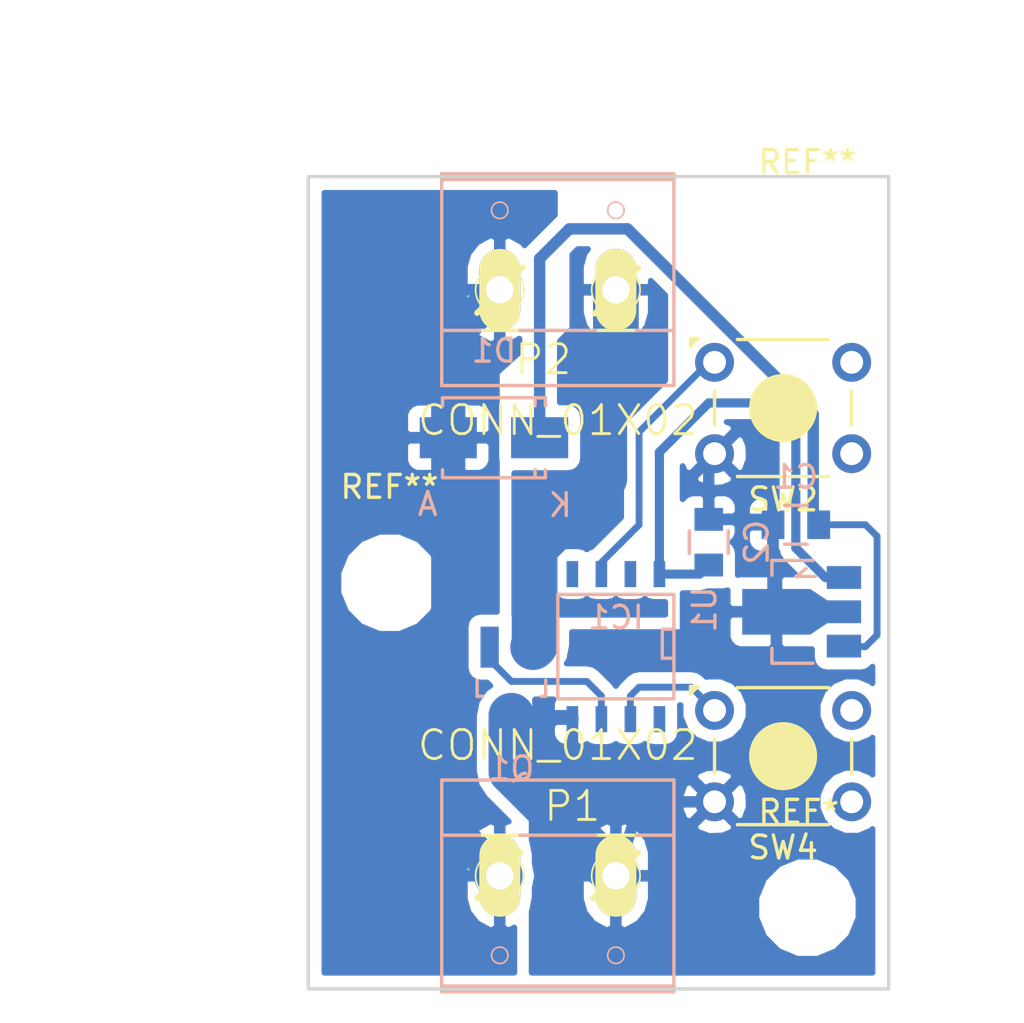
<source format=kicad_pcb>
(kicad_pcb (version 20160815) (host pcbnew no-vcs-found-undefined)

  (general
    (links 19)
    (no_connects 0)
    (area 180.518999 111.176999 206.069001 146.887001)
    (thickness 1.6)
    (drawings 9)
    (tracks 67)
    (zones 0)
    (modules 13)
    (nets 9)
  )

  (page A4)
  (layers
    (0 F.Cu signal)
    (31 B.Cu signal)
    (32 B.Adhes user)
    (33 F.Adhes user)
    (34 B.Paste user)
    (35 F.Paste user)
    (36 B.SilkS user)
    (37 F.SilkS user)
    (38 B.Mask user)
    (39 F.Mask user)
    (40 Dwgs.User user)
    (41 Cmts.User user)
    (42 Eco1.User user)
    (43 Eco2.User user)
    (44 Edge.Cuts user)
    (45 Margin user)
    (46 B.CrtYd user)
    (47 F.CrtYd user)
    (48 B.Fab user)
    (49 F.Fab user)
  )

  (setup
    (last_trace_width 0.3)
    (user_trace_width 0.25)
    (user_trace_width 0.4)
    (user_trace_width 0.6)
    (user_trace_width 0.8)
    (user_trace_width 1)
    (user_trace_width 1.5)
    (user_trace_width 2)
    (trace_clearance 0.2)
    (zone_clearance 0.508)
    (zone_45_only no)
    (trace_min 0.2)
    (segment_width 0.2)
    (edge_width 0.15)
    (via_size 0.6)
    (via_drill 0.4)
    (via_min_size 0.4)
    (via_min_drill 0.3)
    (uvia_size 0.3)
    (uvia_drill 0.1)
    (uvias_allowed no)
    (uvia_min_size 0.2)
    (uvia_min_drill 0.1)
    (pcb_text_width 0.3)
    (pcb_text_size 1.5 1.5)
    (mod_edge_width 0.15)
    (mod_text_size 1 1)
    (mod_text_width 0.15)
    (pad_size 1.524 1.524)
    (pad_drill 0.762)
    (pad_to_mask_clearance 0.2)
    (aux_axis_origin 0 0)
    (visible_elements FFFEFFE1)
    (pcbplotparams
      (layerselection 0x00030_80000001)
      (usegerberextensions false)
      (excludeedgelayer true)
      (linewidth 0.100000)
      (plotframeref false)
      (viasonmask false)
      (mode 1)
      (useauxorigin false)
      (hpglpennumber 1)
      (hpglpenspeed 20)
      (hpglpendiameter 15)
      (psnegative false)
      (psa4output false)
      (plotreference true)
      (plotvalue true)
      (plotinvisibletext false)
      (padsonsilk false)
      (subtractmaskfromsilk false)
      (outputformat 1)
      (mirror false)
      (drillshape 1)
      (scaleselection 1)
      (outputdirectory ""))
  )

  (net 0 "")
  (net 1 +12V)
  (net 2 +5V)
  (net 3 "Net-(IC1-Pad2)")
  (net 4 "Net-(IC1-Pad3)")
  (net 5 "Net-(IC1-Pad6)")
  (net 6 /out)
  (net 7 GND)
  (net 8 "Net-(C1-Pad1)")

  (net_class Default "This is the default net class."
    (clearance 0.2)
    (trace_width 0.3)
    (via_dia 0.6)
    (via_drill 0.4)
    (uvia_dia 0.3)
    (uvia_drill 0.1)
    (diff_pair_gap 0.25)
    (diff_pair_width 0.2)
    (add_net "Net-(IC1-Pad2)")
    (add_net "Net-(IC1-Pad3)")
    (add_net "Net-(IC1-Pad6)")
  )

  (net_class 5V ""
    (clearance 0.2)
    (trace_width 0.4)
    (via_dia 0.6)
    (via_drill 0.4)
    (uvia_dia 0.3)
    (uvia_drill 0.1)
    (diff_pair_gap 0.25)
    (diff_pair_width 0.2)
    (add_net +5V)
  )

  (net_class Load ""
    (clearance 0.2)
    (trace_width 1.5)
    (via_dia 1.5)
    (via_drill 0.8)
    (uvia_dia 0.3)
    (uvia_drill 0.1)
    (diff_pair_gap 0.25)
    (diff_pair_width 0.2)
    (add_net /out)
  )

  (net_class Power ""
    (clearance 0.2)
    (trace_width 0.5)
    (via_dia 0.8)
    (via_drill 0.6)
    (uvia_dia 0.3)
    (uvia_drill 0.1)
    (diff_pair_gap 0.25)
    (diff_pair_width 0.2)
    (add_net +12V)
    (add_net GND)
    (add_net "Net-(C1-Pad1)")
  )

  (module Mounting_Holes:MountingHole_3.2mm_M3 (layer F.Cu) (tedit 5805EE5E) (tstamp 57B5A764)
    (at 202.438 143.256)
    (descr "Mounting Hole 3.2mm, no annular, M3")
    (tags "mounting hole 3.2mm no annular m3")
    (fp_text reference REF** (at 0 -4.2) (layer F.SilkS)
      (effects (font (size 1 1) (thickness 0.15)))
    )
    (fp_text value MountingHole_3.2mm_M3 (at 0 4.2) (layer F.Fab)
      (effects (font (size 1 1) (thickness 0.15)))
    )
    (fp_circle (center 0 0) (end 3.2 0) (layer Cmts.User) (width 0.15))
    (fp_circle (center 0 0) (end 3.45 0) (layer F.CrtYd) (width 0.05))
    (pad 1 np_thru_hole circle (at 0 0) (size 3.2 3.2) (drill 3.2) (layers *.Cu *.Mask F.SilkS))
  )

  (module Mounting_Holes:MountingHole_3.2mm_M3 (layer F.Cu) (tedit 5805EE5E) (tstamp 57B5A75E)
    (at 202.438 114.808)
    (descr "Mounting Hole 3.2mm, no annular, M3")
    (tags "mounting hole 3.2mm no annular m3")
    (fp_text reference REF** (at 0 -4.2) (layer F.SilkS)
      (effects (font (size 1 1) (thickness 0.15)))
    )
    (fp_text value MountingHole_3.2mm_M3 (at 0 4.2) (layer F.Fab)
      (effects (font (size 1 1) (thickness 0.15)))
    )
    (fp_circle (center 0 0) (end 3.2 0) (layer Cmts.User) (width 0.15))
    (fp_circle (center 0 0) (end 3.45 0) (layer F.CrtYd) (width 0.05))
    (pad 1 np_thru_hole circle (at 0 0) (size 3.2 3.2) (drill 3.2) (layers *.Cu *.Mask F.SilkS))
  )

  (module Buttons_Switches_ThroughHole:SW_TH_Tactile_Omron_B3F-10xx (layer F.Cu) (tedit 5805EE5E) (tstamp 57A73F6F)
    (at 198.374 134.62)
    (descr SW_TH_Tactile_Omron_B3F-10xx)
    (tags "Omron B3F-10xx")
    (path /57A7398D)
    (fp_text reference SW4 (at 3 6) (layer F.SilkS)
      (effects (font (size 1 1) (thickness 0.15)))
    )
    (fp_text value TACTILE_SW (at 2.95 -2.05) (layer F.Fab)
      (effects (font (size 1 1) (thickness 0.15)))
    )
    (fp_line (start -0.95 -1) (end -0.95 -0.9) (layer F.SilkS) (width 0.15))
    (fp_line (start -1.05 -1.05) (end -0.7 -1.05) (layer F.SilkS) (width 0.15))
    (fp_arc (start 0 0) (end -1.05 -0.7) (angle 22.61986495) (layer F.SilkS) (width 0.15))
    (fp_line (start -1.05 -1.05) (end -1.05 -0.7) (layer F.SilkS) (width 0.15))
    (fp_line (start 7.15 -1.15) (end 0.45 -1.15) (layer F.CrtYd) (width 0.05))
    (fp_line (start 7.15 5.15) (end 7.15 -1.15) (layer F.CrtYd) (width 0.05))
    (fp_line (start -1.15 5.15) (end 7.15 5.15) (layer F.CrtYd) (width 0.05))
    (fp_line (start -1.15 0) (end -1.15 5.15) (layer F.CrtYd) (width 0.05))
    (fp_line (start -1.15 -1.15) (end 0.45 -1.15) (layer F.CrtYd) (width 0.05))
    (fp_line (start -1.15 0) (end -1.15 -1.15) (layer F.CrtYd) (width 0.05))
    (fp_circle (center 3 2) (end 4 3) (layer F.SilkS) (width 0.15))
    (fp_line (start 1 5) (end 5 5) (layer F.SilkS) (width 0.15))
    (fp_line (start 1 -1) (end 5 -1) (layer F.SilkS) (width 0.15))
    (fp_line (start 0 2.75) (end 0 1.25) (layer F.SilkS) (width 0.15))
    (fp_line (start 6 1.25) (end 6 2.75) (layer F.SilkS) (width 0.15))
    (fp_line (start 0 2) (end 0 2) (layer F.SilkS) (width 0))
    (fp_line (start 5 5) (end 1 5) (layer F.SilkS) (width 0))
    (fp_line (start 5 -1) (end 1 -1) (layer F.SilkS) (width 0))
    (fp_line (start 6 2) (end 6 2) (layer F.SilkS) (width 0))
    (fp_circle (center 3 2) (end 4 3) (layer F.SilkS) (width 0))
    (pad 4 thru_hole circle (at 6 4) (size 1.7 1.7) (drill 1) (layers *.Cu *.Mask))
    (pad 3 thru_hole circle (at 0 4) (size 1.7 1.7) (drill 1) (layers *.Cu *.Mask)
      (net 7 GND))
    (pad 2 thru_hole circle (at 6 0) (size 1.7 1.7) (drill 1) (layers *.Cu *.Mask))
    (pad 1 thru_hole circle (at 0 0) (size 1.7 1.7) (drill 1) (layers *.Cu *.Mask)
      (net 3 "Net-(IC1-Pad2)"))
  )

  (module Capacitors_SMD:C_0805 (layer B.Cu) (tedit 5805EE5E) (tstamp 57A73F24)
    (at 201.93 126.492 180)
    (descr "Capacitor SMD 0805, reflow soldering, AVX (see smccp.pdf)")
    (tags "capacitor 0805")
    (path /57A73350)
    (attr smd)
    (fp_text reference C1 (at 0 2.1 180) (layer B.SilkS)
      (effects (font (size 1 1) (thickness 0.15)) (justify mirror))
    )
    (fp_text value C_Small (at 0 -2.1 180) (layer B.Fab)
      (effects (font (size 1 1) (thickness 0.15)) (justify mirror))
    )
    (fp_line (start -1.8 1) (end 1.8 1) (layer B.CrtYd) (width 0.05))
    (fp_line (start -1.8 -1) (end 1.8 -1) (layer B.CrtYd) (width 0.05))
    (fp_line (start -1.8 1) (end -1.8 -1) (layer B.CrtYd) (width 0.05))
    (fp_line (start 1.8 1) (end 1.8 -1) (layer B.CrtYd) (width 0.05))
    (fp_line (start 0.5 0.85) (end -0.5 0.85) (layer B.SilkS) (width 0.15))
    (fp_line (start -0.5 -0.85) (end 0.5 -0.85) (layer B.SilkS) (width 0.15))
    (pad 1 smd rect (at -1 0 180) (size 1 1.25) (layers B.Cu B.Paste B.Mask)
      (net 8 "Net-(C1-Pad1)"))
    (pad 2 smd rect (at 1 0 180) (size 1 1.25) (layers B.Cu B.Paste B.Mask)
      (net 7 GND))
    (model Capacitors_SMD.3dshapes/C_0805.wrl
      (at (xyz 0 0 0))
      (scale (xyz 1 1 1))
      (rotate (xyz 0 0 0))
    )
  )

  (module Capacitors_SMD:C_0805 (layer B.Cu) (tedit 5805EE5E) (tstamp 57A73F2A)
    (at 198.12 127.254 90)
    (descr "Capacitor SMD 0805, reflow soldering, AVX (see smccp.pdf)")
    (tags "capacitor 0805")
    (path /57A73373)
    (attr smd)
    (fp_text reference C2 (at 0 2.1 90) (layer B.SilkS)
      (effects (font (size 1 1) (thickness 0.15)) (justify mirror))
    )
    (fp_text value C_Small (at 0 -2.1 90) (layer B.Fab)
      (effects (font (size 1 1) (thickness 0.15)) (justify mirror))
    )
    (fp_line (start -1.8 1) (end 1.8 1) (layer B.CrtYd) (width 0.05))
    (fp_line (start -1.8 -1) (end 1.8 -1) (layer B.CrtYd) (width 0.05))
    (fp_line (start -1.8 1) (end -1.8 -1) (layer B.CrtYd) (width 0.05))
    (fp_line (start 1.8 1) (end 1.8 -1) (layer B.CrtYd) (width 0.05))
    (fp_line (start 0.5 0.85) (end -0.5 0.85) (layer B.SilkS) (width 0.15))
    (fp_line (start -0.5 -0.85) (end 0.5 -0.85) (layer B.SilkS) (width 0.15))
    (pad 1 smd rect (at -1 0 90) (size 1 1.25) (layers B.Cu B.Paste B.Mask)
      (net 2 +5V))
    (pad 2 smd rect (at 1 0 90) (size 1 1.25) (layers B.Cu B.Paste B.Mask)
      (net 7 GND))
    (model Capacitors_SMD.3dshapes/C_0805.wrl
      (at (xyz 0 0 0))
      (scale (xyz 1 1 1))
      (rotate (xyz 0 0 0))
    )
  )

  (module con-wago-508:W237-132 (layer F.Cu) (tedit 5805EE5E) (tstamp 57A73F3C)
    (at 191.516 142.494 180)
    (descr "WAGO SREW CLAMP")
    (tags "WAGO SREW CLAMP")
    (path /57A7320A)
    (attr virtual)
    (fp_text reference P1 (at -0.635 3.683 180) (layer F.SilkS)
      (effects (font (size 1.27 1.27) (thickness 0.127)))
    )
    (fp_text value CONN_01X02 (at 0 6.35 180) (layer F.SilkS)
      (effects (font (size 1.27 1.27) (thickness 0.127)))
    )
    (fp_line (start -3.5306 1.651) (end -1.524 -0.3556) (layer F.SilkS) (width 0.254))
    (fp_line (start 1.6256 1.6764) (end 3.5306 -0.3556) (layer F.SilkS) (width 0.254))
    (fp_line (start -5.08 -4.191) (end 5.08 -4.191) (layer B.SilkS) (width 0.1524))
    (fp_line (start 5.08 4.826) (end 5.08 2.413) (layer B.SilkS) (width 0.1524))
    (fp_line (start 5.08 4.826) (end -5.08 4.826) (layer B.SilkS) (width 0.1524))
    (fp_line (start -5.08 -4.191) (end -5.08 2.413) (layer B.SilkS) (width 0.1524))
    (fp_line (start -5.08 2.413) (end -3.429 2.413) (layer B.SilkS) (width 0.1524))
    (fp_line (start -3.429 2.413) (end -1.651 2.413) (layer F.SilkS) (width 0.1524))
    (fp_line (start -1.651 2.413) (end 1.651 2.413) (layer B.SilkS) (width 0.1524))
    (fp_line (start 3.429 2.413) (end 5.08 2.413) (layer B.SilkS) (width 0.1524))
    (fp_line (start -5.08 2.413) (end -5.08 4.826) (layer B.SilkS) (width 0.1524))
    (fp_line (start 5.08 2.413) (end 5.08 -4.191) (layer B.SilkS) (width 0.1524))
    (fp_line (start -5.08 -4.191) (end -5.08 -4.445) (layer B.SilkS) (width 0.1524))
    (fp_line (start -5.08 -4.445) (end 5.08 -4.445) (layer B.SilkS) (width 0.1524))
    (fp_line (start 5.08 -4.191) (end 5.08 -4.445) (layer B.SilkS) (width 0.1524))
    (fp_line (start 1.651 2.413) (end 3.429 2.413) (layer F.SilkS) (width 0.1524))
    (fp_circle (center -2.54 0.635) (end -3.2893 1.3843) (layer F.SilkS) (width 0.0762))
    (fp_circle (center -2.54 -2.8448) (end -2.794 -3.0988) (layer B.SilkS) (width 0.0762))
    (fp_circle (center 2.54 0.635) (end 3.2893 1.3843) (layer F.SilkS) (width 0.0762))
    (fp_circle (center 2.54 -2.8448) (end 2.794 -3.0988) (layer B.SilkS) (width 0.0762))
    (pad 1 thru_hole oval (at -2.54 0.635) (size 1.78816 3.57886) (drill 1.1938) (layers *.Cu F.Paste F.SilkS F.Mask)
      (net 7 GND))
    (pad 2 thru_hole oval (at 2.54 0.635) (size 1.78816 3.57886) (drill 1.1938) (layers *.Cu F.Paste F.SilkS F.Mask)
      (net 1 +12V))
  )

  (module con-wago-508:W237-132 (layer F.Cu) (tedit 5805EE5E) (tstamp 57A73F42)
    (at 191.516 115.57)
    (descr "WAGO SREW CLAMP")
    (tags "WAGO SREW CLAMP")
    (path /57A7385D)
    (attr virtual)
    (fp_text reference P2 (at -0.635 3.683) (layer F.SilkS)
      (effects (font (size 1.27 1.27) (thickness 0.127)))
    )
    (fp_text value CONN_01X02 (at 0 6.35) (layer F.SilkS)
      (effects (font (size 1.27 1.27) (thickness 0.127)))
    )
    (fp_line (start -3.5306 1.651) (end -1.524 -0.3556) (layer F.SilkS) (width 0.254))
    (fp_line (start 1.6256 1.6764) (end 3.5306 -0.3556) (layer F.SilkS) (width 0.254))
    (fp_line (start -5.08 -4.191) (end 5.08 -4.191) (layer B.SilkS) (width 0.1524))
    (fp_line (start 5.08 4.826) (end 5.08 2.413) (layer B.SilkS) (width 0.1524))
    (fp_line (start 5.08 4.826) (end -5.08 4.826) (layer B.SilkS) (width 0.1524))
    (fp_line (start -5.08 -4.191) (end -5.08 2.413) (layer B.SilkS) (width 0.1524))
    (fp_line (start -5.08 2.413) (end -3.429 2.413) (layer B.SilkS) (width 0.1524))
    (fp_line (start -3.429 2.413) (end -1.651 2.413) (layer F.SilkS) (width 0.1524))
    (fp_line (start -1.651 2.413) (end 1.651 2.413) (layer B.SilkS) (width 0.1524))
    (fp_line (start 3.429 2.413) (end 5.08 2.413) (layer B.SilkS) (width 0.1524))
    (fp_line (start -5.08 2.413) (end -5.08 4.826) (layer B.SilkS) (width 0.1524))
    (fp_line (start 5.08 2.413) (end 5.08 -4.191) (layer B.SilkS) (width 0.1524))
    (fp_line (start -5.08 -4.191) (end -5.08 -4.445) (layer B.SilkS) (width 0.1524))
    (fp_line (start -5.08 -4.445) (end 5.08 -4.445) (layer B.SilkS) (width 0.1524))
    (fp_line (start 5.08 -4.191) (end 5.08 -4.445) (layer B.SilkS) (width 0.1524))
    (fp_line (start 1.651 2.413) (end 3.429 2.413) (layer F.SilkS) (width 0.1524))
    (fp_circle (center -2.54 0.635) (end -3.2893 1.3843) (layer F.SilkS) (width 0.0762))
    (fp_circle (center -2.54 -2.8448) (end -2.794 -3.0988) (layer B.SilkS) (width 0.0762))
    (fp_circle (center 2.54 0.635) (end 3.2893 1.3843) (layer F.SilkS) (width 0.0762))
    (fp_circle (center 2.54 -2.8448) (end 2.794 -3.0988) (layer B.SilkS) (width 0.0762))
    (pad 1 thru_hole oval (at -2.54 0.635 180) (size 1.78816 3.57886) (drill 1.1938) (layers *.Cu F.Paste F.SilkS F.Mask)
      (net 1 +12V))
    (pad 2 thru_hole oval (at 2.54 0.635 180) (size 1.78816 3.57886) (drill 1.1938) (layers *.Cu F.Paste F.SilkS F.Mask)
      (net 6 /out))
  )

  (module TO_SOT_Packages_SMD:SOT-23_Handsoldering (layer B.Cu) (tedit 5805EE5E) (tstamp 57A73F49)
    (at 189.484 133.35)
    (descr "SOT-23, Handsoldering")
    (tags SOT-23)
    (path /57A7361A)
    (attr smd)
    (fp_text reference Q1 (at 0 3.81) (layer B.SilkS)
      (effects (font (size 1 1) (thickness 0.15)) (justify mirror))
    )
    (fp_text value Q_NMOS_GDS (at 0 -3.81) (layer B.Fab)
      (effects (font (size 1 1) (thickness 0.15)) (justify mirror))
    )
    (fp_line (start 1.49982 0.65024) (end 1.49982 -0.0508) (layer B.SilkS) (width 0.15))
    (fp_line (start 1.29916 0.65024) (end 1.49982 0.65024) (layer B.SilkS) (width 0.15))
    (fp_line (start -1.49982 0.65024) (end -1.2509 0.65024) (layer B.SilkS) (width 0.15))
    (fp_line (start -1.49982 -0.0508) (end -1.49982 0.65024) (layer B.SilkS) (width 0.15))
    (pad 3 smd rect (at 0 1.50114) (size 0.8001 1.80086) (layers B.Cu B.Paste B.Mask)
      (net 7 GND))
    (pad 2 smd rect (at 0.95 -1.50114) (size 0.8001 1.80086) (layers B.Cu B.Paste B.Mask)
      (net 6 /out))
    (pad 1 smd rect (at -0.95 -1.50114) (size 0.8001 1.80086) (layers B.Cu B.Paste B.Mask)
      (net 4 "Net-(IC1-Pad3)"))
    (model TO_SOT_Packages_SMD.3dshapes/SOT-23_Handsoldering.wrl
      (at (xyz 0 0 0))
      (scale (xyz 1 1 1))
      (rotate (xyz 0 0 0))
    )
  )

  (module Buttons_Switches_ThroughHole:SW_TH_Tactile_Omron_B3F-10xx (layer F.Cu) (tedit 5805EE5E) (tstamp 57A73F5F)
    (at 198.374 119.38)
    (descr SW_TH_Tactile_Omron_B3F-10xx)
    (tags "Omron B3F-10xx")
    (path /57A73CC7)
    (fp_text reference SW2 (at 3 6) (layer F.SilkS)
      (effects (font (size 1 1) (thickness 0.15)))
    )
    (fp_text value TACTILE_SW (at 2.95 -2.05) (layer F.Fab)
      (effects (font (size 1 1) (thickness 0.15)))
    )
    (fp_line (start -0.95 -1) (end -0.95 -0.9) (layer F.SilkS) (width 0.15))
    (fp_line (start -1.05 -1.05) (end -0.7 -1.05) (layer F.SilkS) (width 0.15))
    (fp_arc (start 0 0) (end -1.05 -0.7) (angle 22.61986495) (layer F.SilkS) (width 0.15))
    (fp_line (start -1.05 -1.05) (end -1.05 -0.7) (layer F.SilkS) (width 0.15))
    (fp_line (start 7.15 -1.15) (end 0.45 -1.15) (layer F.CrtYd) (width 0.05))
    (fp_line (start 7.15 5.15) (end 7.15 -1.15) (layer F.CrtYd) (width 0.05))
    (fp_line (start -1.15 5.15) (end 7.15 5.15) (layer F.CrtYd) (width 0.05))
    (fp_line (start -1.15 0) (end -1.15 5.15) (layer F.CrtYd) (width 0.05))
    (fp_line (start -1.15 -1.15) (end 0.45 -1.15) (layer F.CrtYd) (width 0.05))
    (fp_line (start -1.15 0) (end -1.15 -1.15) (layer F.CrtYd) (width 0.05))
    (fp_circle (center 3 2) (end 4 3) (layer F.SilkS) (width 0.15))
    (fp_line (start 1 5) (end 5 5) (layer F.SilkS) (width 0.15))
    (fp_line (start 1 -1) (end 5 -1) (layer F.SilkS) (width 0.15))
    (fp_line (start 0 2.75) (end 0 1.25) (layer F.SilkS) (width 0.15))
    (fp_line (start 6 1.25) (end 6 2.75) (layer F.SilkS) (width 0.15))
    (fp_line (start 0 2) (end 0 2) (layer F.SilkS) (width 0))
    (fp_line (start 5 5) (end 1 5) (layer F.SilkS) (width 0))
    (fp_line (start 5 -1) (end 1 -1) (layer F.SilkS) (width 0))
    (fp_line (start 6 2) (end 6 2) (layer F.SilkS) (width 0))
    (fp_circle (center 3 2) (end 4 3) (layer F.SilkS) (width 0))
    (pad 4 thru_hole circle (at 6 4) (size 1.7 1.7) (drill 1) (layers *.Cu *.Mask))
    (pad 3 thru_hole circle (at 0 4) (size 1.7 1.7) (drill 1) (layers *.Cu *.Mask)
      (net 7 GND))
    (pad 2 thru_hole circle (at 6 0) (size 1.7 1.7) (drill 1) (layers *.Cu *.Mask))
    (pad 1 thru_hole circle (at 0 0) (size 1.7 1.7) (drill 1) (layers *.Cu *.Mask)
      (net 5 "Net-(IC1-Pad6)"))
  )

  (module TO_SOT_Packages_SMD:SOT89-3_Housing (layer B.Cu) (tedit 5805EE5E) (tstamp 57A73F78)
    (at 202.184 130.302 270)
    (descr "SOT89-3, Housing,")
    (tags "SOT89-3, Housing,")
    (path /57A7317B)
    (attr smd)
    (fp_text reference U1 (at -0.09906 4.24942 270) (layer B.SilkS)
      (effects (font (size 1 1) (thickness 0.15)) (justify mirror))
    )
    (fp_text value MC78L05ACH (at -0.20066 -4.59994 270) (layer B.Fab)
      (effects (font (size 1 1) (thickness 0.15)) (justify mirror))
    )
    (fp_line (start -1.89992 -0.20066) (end -1.651 0.09906) (layer B.SilkS) (width 0.15))
    (fp_line (start -1.651 0.09906) (end -1.5494 0.24892) (layer B.SilkS) (width 0.15))
    (fp_line (start -1.5494 0.24892) (end -1.5494 -0.59944) (layer B.SilkS) (width 0.15))
    (fp_line (start -2.25044 1.30048) (end -2.25044 -0.50038) (layer B.SilkS) (width 0.15))
    (fp_line (start -2.25044 1.30048) (end -1.6002 1.30048) (layer B.SilkS) (width 0.15))
    (fp_line (start 2.25044 1.30048) (end 2.25044 -0.50038) (layer B.SilkS) (width 0.15))
    (fp_line (start 2.25044 1.30048) (end 1.6002 1.30048) (layer B.SilkS) (width 0.15))
    (pad 1 smd rect (at -1.50114 -1.85166 270) (size 1.00076 1.50114) (layers B.Cu B.Paste B.Mask)
      (net 2 +5V))
    (pad 2 smd rect (at 0 -1.85166 270) (size 1.00076 1.50114) (layers B.Cu B.Paste B.Mask)
      (net 7 GND))
    (pad 3 smd rect (at 1.50114 -1.85166 270) (size 1.00076 1.50114) (layers B.Cu B.Paste B.Mask)
      (net 8 "Net-(C1-Pad1)"))
    (pad 2 smd rect (at 0 1.09982 270) (size 1.99898 2.99974) (layers B.Cu B.Paste B.Mask)
      (net 7 GND))
    (pad 2 smd trapezoid (at 0 -0.7493 90) (size 1.50114 0.7493) (rect_delta 0 -0.50038 ) (layers B.Cu B.Paste B.Mask)
      (net 7 GND))
    (model TO_SOT_Packages_SMD.3dshapes/SOT89-3_Housing.wrl
      (at (xyz 0 0 0))
      (scale (xyz 0.3937 0.3937 0.3937))
      (rotate (xyz 0 0 0))
    )
  )

  (module SMD_Packages:SOIC-8-N (layer B.Cu) (tedit 5805EE5E) (tstamp 57AF81F4)
    (at 194.056 131.826 180)
    (descr "Module Narrow CMS SOJ 8 pins large")
    (tags "CMS SOJ")
    (path /58053039)
    (attr smd)
    (fp_text reference IC1 (at 0 1.27 180) (layer B.SilkS)
      (effects (font (size 1 1) (thickness 0.15)) (justify mirror))
    )
    (fp_text value ATTINY85-S (at 0 -1.27 180) (layer B.Fab)
      (effects (font (size 1 1) (thickness 0.15)) (justify mirror))
    )
    (fp_line (start -2.54 2.286) (end 2.54 2.286) (layer B.SilkS) (width 0.15))
    (fp_line (start 2.54 2.286) (end 2.54 -2.286) (layer B.SilkS) (width 0.15))
    (fp_line (start 2.54 -2.286) (end -2.54 -2.286) (layer B.SilkS) (width 0.15))
    (fp_line (start -2.54 -2.286) (end -2.54 2.286) (layer B.SilkS) (width 0.15))
    (fp_line (start -2.54 0.762) (end -2.032 0.762) (layer B.SilkS) (width 0.15))
    (fp_line (start -2.032 0.762) (end -2.032 -0.508) (layer B.SilkS) (width 0.15))
    (fp_line (start -2.032 -0.508) (end -2.54 -0.508) (layer B.SilkS) (width 0.15))
    (pad 8 smd rect (at -1.905 3.175 180) (size 0.508 1.143) (layers B.Cu B.Paste B.Mask)
      (net 2 +5V))
    (pad 7 smd rect (at -0.635 3.175 180) (size 0.508 1.143) (layers B.Cu B.Paste B.Mask))
    (pad 6 smd rect (at 0.635 3.175 180) (size 0.508 1.143) (layers B.Cu B.Paste B.Mask)
      (net 5 "Net-(IC1-Pad6)"))
    (pad 5 smd rect (at 1.905 3.175 180) (size 0.508 1.143) (layers B.Cu B.Paste B.Mask))
    (pad 4 smd rect (at 1.905 -3.175 180) (size 0.508 1.143) (layers B.Cu B.Paste B.Mask)
      (net 7 GND))
    (pad 3 smd rect (at 0.635 -3.175 180) (size 0.508 1.143) (layers B.Cu B.Paste B.Mask)
      (net 4 "Net-(IC1-Pad3)"))
    (pad 2 smd rect (at -0.635 -3.175 180) (size 0.508 1.143) (layers B.Cu B.Paste B.Mask)
      (net 3 "Net-(IC1-Pad2)"))
    (pad 1 smd rect (at -1.905 -3.175 180) (size 0.508 1.143) (layers B.Cu B.Paste B.Mask))
    (model SMD_Packages.3dshapes/SOIC-8-N.wrl
      (at (xyz 0 0 0))
      (scale (xyz 0.5 0.38 0.5))
      (rotate (xyz 0 0 0))
    )
  )

  (module Mounting_Holes:MountingHole_3.2mm_M3 (layer F.Cu) (tedit 5805EE5E) (tstamp 57AF8901)
    (at 184.15 129.032)
    (descr "Mounting Hole 3.2mm, no annular, M3")
    (tags "mounting hole 3.2mm no annular m3")
    (fp_text reference REF** (at 0 -4.2) (layer F.SilkS)
      (effects (font (size 1 1) (thickness 0.15)))
    )
    (fp_text value MountingHole_3.2mm_M3 (at 0 4.2) (layer F.Fab)
      (effects (font (size 1 1) (thickness 0.15)))
    )
    (fp_circle (center 0 0) (end 3.2 0) (layer Cmts.User) (width 0.15))
    (fp_circle (center 0 0) (end 3.45 0) (layer F.CrtYd) (width 0.05))
    (pad 1 np_thru_hole circle (at 0 0) (size 3.2 3.2) (drill 3.2) (layers *.Cu *.Mask F.SilkS))
  )

  (module Diodes_SMD:SMA_Standard (layer B.Cu) (tedit 5805EE5E) (tstamp 580531F0)
    (at 188.722 122.682 180)
    (descr "Diode SMA")
    (tags "Diode SMA")
    (path /5805316F)
    (attr smd)
    (fp_text reference D1 (at 0 3.81 180) (layer B.SilkS)
      (effects (font (size 1 1) (thickness 0.15)) (justify mirror))
    )
    (fp_text value D_Small (at 0 -4.3 180) (layer B.Fab)
      (effects (font (size 1 1) (thickness 0.15)) (justify mirror))
    )
    (fp_line (start -3.5 2) (end 3.5 2) (layer B.CrtYd) (width 0.05))
    (fp_line (start 3.5 2) (end 3.5 -2) (layer B.CrtYd) (width 0.05))
    (fp_line (start 3.5 -2) (end -3.5 -2) (layer B.CrtYd) (width 0.05))
    (fp_line (start -3.5 -2) (end -3.5 2) (layer B.CrtYd) (width 0.05))
    (fp_text user K (at -2.9 -2.95 180) (layer B.SilkS)
      (effects (font (size 1 1) (thickness 0.15)) (justify mirror))
    )
    (fp_text user A (at 2.9 -2.9 180) (layer B.SilkS)
      (effects (font (size 1 1) (thickness 0.15)) (justify mirror))
    )
    (fp_circle (center 0 0) (end 0.20066 0.0508) (layer B.Adhes) (width 0.381))
    (fp_line (start -1.79914 -1.75006) (end -1.79914 -1.39954) (layer B.SilkS) (width 0.15))
    (fp_line (start -1.79914 1.75006) (end -1.79914 1.39954) (layer B.SilkS) (width 0.15))
    (fp_line (start 2.25044 -1.75006) (end 2.25044 -1.39954) (layer B.SilkS) (width 0.15))
    (fp_line (start -2.25044 -1.75006) (end -2.25044 -1.39954) (layer B.SilkS) (width 0.15))
    (fp_line (start -2.25044 1.75006) (end -2.25044 1.39954) (layer B.SilkS) (width 0.15))
    (fp_line (start 2.25044 1.75006) (end 2.25044 1.39954) (layer B.SilkS) (width 0.15))
    (fp_line (start -2.25044 -1.75006) (end 2.25044 -1.75006) (layer B.SilkS) (width 0.15))
    (fp_line (start -2.25044 1.75006) (end 2.25044 1.75006) (layer B.SilkS) (width 0.15))
    (pad 1 smd rect (at -1.99898 0 180) (size 2.49936 1.80086) (layers B.Cu B.Paste B.Mask)
      (net 8 "Net-(C1-Pad1)"))
    (pad 2 smd rect (at 1.99898 0 180) (size 2.49936 1.80086) (layers B.Cu B.Paste B.Mask)
      (net 1 +12V))
    (model Diodes_SMD.3dshapes/SMA_Standard.wrl
      (at (xyz 0 0 0))
      (scale (xyz 0.3937 0.3937 0.3937))
      (rotate (xyz 0 0 180))
    )
  )

  (gr_line (start 180.594 146.812) (end 180.594 111.252) (angle 90) (layer Edge.Cuts) (width 0.15))
  (gr_line (start 205.994 146.812) (end 180.594 146.812) (angle 90) (layer Edge.Cuts) (width 0.15))
  (gr_line (start 205.994 111.252) (end 205.994 146.812) (angle 90) (layer Edge.Cuts) (width 0.15))
  (gr_line (start 180.594 111.252) (end 205.994 111.252) (angle 90) (layer Edge.Cuts) (width 0.15))
  (dimension 35.56 (width 0.1) (layer Dwgs.User)
    (gr_text "35,560 mm" (at 172.894 129.032 90) (layer Dwgs.User) (tstamp 5805EE7A)
      (effects (font (size 1.5 1.5) (thickness 0.1)))
    )
    (feature1 (pts (xy 180.594 111.252) (xy 171.544 111.252)))
    (feature2 (pts (xy 180.594 146.812) (xy 171.544 146.812)))
    (crossbar (pts (xy 174.244 146.812) (xy 174.244 111.252)))
    (arrow1a (pts (xy 174.244 111.252) (xy 174.830421 112.378504)))
    (arrow1b (pts (xy 174.244 111.252) (xy 173.657579 112.378504)))
    (arrow2a (pts (xy 174.244 146.812) (xy 174.830421 145.685496)))
    (arrow2b (pts (xy 174.244 146.812) (xy 173.657579 145.685496)))
  )
  (dimension 17.78 (width 0.1) (layer Dwgs.User)
    (gr_text "17,780 mm" (at 177.466 120.142 90) (layer Dwgs.User) (tstamp 5805EE7B)
      (effects (font (size 1.5 1.5) (thickness 0.1)))
    )
    (feature1 (pts (xy 180.594 111.252) (xy 176.116 111.252)))
    (feature2 (pts (xy 180.594 129.032) (xy 176.116 129.032)))
    (crossbar (pts (xy 178.816 129.032) (xy 178.816 111.252)))
    (arrow1a (pts (xy 178.816 111.252) (xy 179.402421 112.378504)))
    (arrow1b (pts (xy 178.816 111.252) (xy 178.229579 112.378504)))
    (arrow2a (pts (xy 178.816 129.032) (xy 179.402421 127.905496)))
    (arrow2b (pts (xy 178.816 129.032) (xy 178.229579 127.905496)))
  )
  (dimension 17.78 (width 0.1) (layer Dwgs.User)
    (gr_text "17,780 mm" (at 177.466 137.922 90) (layer Dwgs.User) (tstamp 5805EE7C)
      (effects (font (size 1.5 1.5) (thickness 0.1)))
    )
    (feature1 (pts (xy 180.594 129.032) (xy 176.116 129.032)))
    (feature2 (pts (xy 180.594 146.812) (xy 176.116 146.812)))
    (crossbar (pts (xy 178.816 146.812) (xy 178.816 129.032)))
    (arrow1a (pts (xy 178.816 129.032) (xy 179.402421 130.158504)))
    (arrow1b (pts (xy 178.816 129.032) (xy 178.229579 130.158504)))
    (arrow2a (pts (xy 178.816 146.812) (xy 179.402421 145.685496)))
    (arrow2b (pts (xy 178.816 146.812) (xy 178.229579 145.685496)))
  )
  (dimension 25.4 (width 0.1) (layer Dwgs.User)
    (gr_text "25,400 mm" (at 193.294 104.822) (layer Dwgs.User) (tstamp 5805EE7D)
      (effects (font (size 1.5 1.5) (thickness 0.1)))
    )
    (feature1 (pts (xy 205.994 111.252) (xy 205.994 103.472)))
    (feature2 (pts (xy 180.594 111.252) (xy 180.594 103.472)))
    (crossbar (pts (xy 180.594 106.172) (xy 205.994 106.172)))
    (arrow1a (pts (xy 205.994 106.172) (xy 204.867496 106.758421)))
    (arrow1b (pts (xy 205.994 106.172) (xy 204.867496 105.585579)))
    (arrow2a (pts (xy 180.594 106.172) (xy 181.720504 106.758421)))
    (arrow2b (pts (xy 180.594 106.172) (xy 181.720504 105.585579)))
  )
  (dimension 28.448 (width 0.1) (layer Dwgs.User)
    (gr_text "28,448 mm" (at 208.868 129.032 90) (layer Dwgs.User) (tstamp 5805EE7F)
      (effects (font (size 1.5 1.5) (thickness 0.1)))
    )
    (feature1 (pts (xy 201.422 114.808) (xy 210.218 114.808)))
    (feature2 (pts (xy 201.422 143.256) (xy 210.218 143.256)))
    (crossbar (pts (xy 207.518 143.256) (xy 207.518 114.808)))
    (arrow1a (pts (xy 207.518 114.808) (xy 208.104421 115.934504)))
    (arrow1b (pts (xy 207.518 114.808) (xy 206.931579 115.934504)))
    (arrow2a (pts (xy 207.518 143.256) (xy 208.104421 142.129496)))
    (arrow2b (pts (xy 207.518 143.256) (xy 206.931579 142.129496)))
  )

  (segment (start 188.976 141.859) (end 186.72302 139.60602) (width 1.5) (layer B.Cu) (net 1))
  (segment (start 186.72302 139.60602) (end 186.72302 122.682) (width 1.5) (layer B.Cu) (net 1) (tstamp 580533CA))
  (segment (start 186.72302 122.682) (end 186.72302 118.45798) (width 1.5) (layer B.Cu) (net 1))
  (segment (start 186.72302 118.45798) (end 188.976 116.205) (width 1.5) (layer B.Cu) (net 1) (tstamp 580533C7))
  (segment (start 188.976 116.205) (end 188.976 116.078) (width 0.5) (layer B.Cu) (net 1) (status 30))
  (segment (start 188.976 141.859) (end 188.849 141.859) (width 2) (layer B.Cu) (net 1) (status 30))
  (segment (start 195.961 128.651) (end 195.961 123.317) (width 0.4) (layer B.Cu) (net 2))
  (segment (start 203.22286 128.80086) (end 204.03566 128.80086) (width 0.4) (layer B.Cu) (net 2) (tstamp 58053608))
  (segment (start 201.93 127.508) (end 203.22286 128.80086) (width 0.4) (layer B.Cu) (net 2) (tstamp 580535FC))
  (segment (start 201.93 122.428) (end 201.93 127.508) (width 0.4) (layer B.Cu) (net 2) (tstamp 580535F9))
  (segment (start 200.66 121.158) (end 201.93 122.428) (width 0.4) (layer B.Cu) (net 2) (tstamp 580535F5))
  (segment (start 198.12 121.158) (end 200.66 121.158) (width 0.4) (layer B.Cu) (net 2) (tstamp 580535F2))
  (segment (start 195.961 123.317) (end 198.12 121.158) (width 0.4) (layer B.Cu) (net 2) (tstamp 580535E7))
  (segment (start 195.961 128.651) (end 197.723 128.651) (width 0.4) (layer B.Cu) (net 2))
  (segment (start 197.723 128.651) (end 198.12 128.254) (width 0.4) (layer B.Cu) (net 2) (tstamp 580535CB))
  (segment (start 198.104 128.27) (end 198.12 128.254) (width 0.4) (layer B.Cu) (net 2) (tstamp 57AD7C42))
  (segment (start 194.691 135.001) (end 194.691 133.985) (width 0.3) (layer B.Cu) (net 3))
  (segment (start 197.358 133.604) (end 198.374 134.62) (width 0.3) (layer B.Cu) (net 3) (tstamp 5805373B))
  (segment (start 195.072 133.604) (end 197.358 133.604) (width 0.3) (layer B.Cu) (net 3) (tstamp 58053738))
  (segment (start 194.691 133.985) (end 195.072 133.604) (width 0.3) (layer B.Cu) (net 3) (tstamp 58053735))
  (segment (start 188.534 131.84886) (end 188.534 132.4) (width 0.3) (layer B.Cu) (net 4))
  (segment (start 188.534 132.4) (end 189.484 133.35) (width 0.3) (layer B.Cu) (net 4) (tstamp 580536C5))
  (segment (start 189.484 133.35) (end 192.786 133.35) (width 0.3) (layer B.Cu) (net 4) (tstamp 580536C7))
  (segment (start 192.786 133.35) (end 193.421 133.985) (width 0.3) (layer B.Cu) (net 4) (tstamp 580536CA))
  (segment (start 193.421 133.985) (end 193.421 135.001) (width 0.3) (layer B.Cu) (net 4) (tstamp 580536D0))
  (segment (start 198.374 119.38) (end 198.12 119.38) (width 0.3) (layer B.Cu) (net 5))
  (segment (start 198.12 119.38) (end 195.072 122.428) (width 0.3) (layer B.Cu) (net 5) (tstamp 5805360E))
  (segment (start 195.072 122.428) (end 195.072 126.492) (width 0.3) (layer B.Cu) (net 5) (tstamp 58053614))
  (segment (start 195.072 126.492) (end 193.421 128.143) (width 0.3) (layer B.Cu) (net 5) (tstamp 5805361D))
  (segment (start 193.421 128.143) (end 193.421 128.651) (width 0.3) (layer B.Cu) (net 5) (tstamp 58053621))
  (segment (start 193.421 128.651) (end 193.421 128.397) (width 0.3) (layer B.Cu) (net 5))
  (segment (start 190.434 131.84886) (end 190.5 131.78286) (width 2) (layer B.Cu) (net 6))
  (segment (start 190.5 131.78286) (end 190.5 127.508) (width 2) (layer B.Cu) (net 6) (tstamp 580536F1))
  (segment (start 190.5 127.508) (end 193.548 124.46) (width 2) (layer B.Cu) (net 6) (tstamp 580536FC))
  (segment (start 193.548 124.46) (end 193.548 119.38) (width 2) (layer B.Cu) (net 6) (tstamp 58053704))
  (segment (start 193.548 119.38) (end 194.056 118.872) (width 2) (layer B.Cu) (net 6) (tstamp 58053718))
  (segment (start 194.056 118.872) (end 194.056 116.205) (width 2) (layer B.Cu) (net 6) (tstamp 58053720))
  (segment (start 194.056 141.859) (end 189.484 137.287) (width 2) (layer B.Cu) (net 7))
  (segment (start 189.484 137.287) (end 189.484 134.85114) (width 2) (layer B.Cu) (net 7) (tstamp 580536E4))
  (segment (start 189.484 134.85114) (end 192.00114 134.85114) (width 0.5) (layer B.Cu) (net 7))
  (segment (start 192.00114 134.85114) (end 192.151 135.001) (width 0.5) (layer B.Cu) (net 7) (tstamp 580536DC))
  (segment (start 198.374 138.62) (end 201.08418 135.90982) (width 0.5) (layer B.Cu) (net 7))
  (segment (start 201.08418 135.90982) (end 201.08418 130.302) (width 0.5) (layer B.Cu) (net 7) (tstamp 57AF8857))
  (segment (start 194.056 141.859) (end 195.135 138.62) (width 0.5) (layer B.Cu) (net 7) (status 10))
  (segment (start 195.135 138.62) (end 198.374 138.62) (width 0.5) (layer B.Cu) (net 7) (tstamp 57AF8841))
  (segment (start 198.12 126.254) (end 198.12 123.634) (width 0.5) (layer B.Cu) (net 7))
  (segment (start 198.12 123.634) (end 198.374 123.38) (width 0.5) (layer B.Cu) (net 7) (tstamp 57AF8836))
  (segment (start 200.93 126.492) (end 200.93 130.14782) (width 0.5) (layer B.Cu) (net 7))
  (segment (start 200.93 130.14782) (end 201.08418 130.302) (width 0.5) (layer B.Cu) (net 7) (tstamp 57AF85C8))
  (segment (start 201.08418 130.302) (end 204.03566 130.302) (width 0.5) (layer B.Cu) (net 7))
  (segment (start 200.93 130.14782) (end 201.08418 130.302) (width 0.5) (layer B.Cu) (net 7) (tstamp 57AD5FC5))
  (segment (start 198.12 126.254) (end 200.692 126.254) (width 0.5) (layer B.Cu) (net 7))
  (segment (start 200.692 126.254) (end 200.93 126.492) (width 0.5) (layer B.Cu) (net 7) (tstamp 57AD5FC1))
  (segment (start 202.93 126.492) (end 202.692 126.254) (width 0.5) (layer B.Cu) (net 8))
  (segment (start 202.692 126.254) (end 202.692 121.666) (width 0.5) (layer B.Cu) (net 8) (tstamp 58053676))
  (segment (start 190.72098 114.84102) (end 190.72098 122.682) (width 0.5) (layer B.Cu) (net 8) (tstamp 580536B2))
  (segment (start 192.024 113.538) (end 190.72098 114.84102) (width 0.5) (layer B.Cu) (net 8) (tstamp 580536B0))
  (segment (start 194.564 113.538) (end 192.024 113.538) (width 0.5) (layer B.Cu) (net 8) (tstamp 580536A5))
  (segment (start 196.85 115.824) (end 194.564 113.538) (width 0.5) (layer B.Cu) (net 8) (tstamp 5805369A))
  (segment (start 198.882 117.856) (end 196.85 115.824) (width 0.5) (layer B.Cu) (net 8) (tstamp 58053699))
  (segment (start 202.692 121.666) (end 198.882 117.856) (width 0.5) (layer B.Cu) (net 8) (tstamp 58053692))
  (segment (start 204.03566 131.80314) (end 204.05852 131.826) (width 0.3) (layer B.Cu) (net 8))
  (segment (start 204.05852 131.826) (end 204.978 131.826) (width 0.3) (layer B.Cu) (net 8) (tstamp 58053577))
  (segment (start 204.978 131.826) (end 205.486 131.318) (width 0.3) (layer B.Cu) (net 8) (tstamp 5805357A))
  (segment (start 205.486 131.318) (end 205.486 127) (width 0.3) (layer B.Cu) (net 8) (tstamp 5805357C))
  (segment (start 205.486 127) (end 204.978 126.492) (width 0.3) (layer B.Cu) (net 8) (tstamp 58053594))
  (segment (start 204.978 126.492) (end 202.93 126.492) (width 0.3) (layer B.Cu) (net 8) (tstamp 5805359A))

  (zone (net 7) (net_name GND) (layer B.Cu) (tstamp 5805EE8B) (hatch edge 0.508)
    (connect_pads (clearance 0.508))
    (min_thickness 0.254)
    (fill yes (arc_segments 16) (thermal_gap 0.508) (thermal_bridge_width 0.508))
    (polygon
      (pts
        (xy 205.994 146.812) (xy 190.246 146.812) (xy 190.246 131.064) (xy 196.85 131.064) (xy 196.85 111.252)
        (xy 205.994 111.252)
      )
    )
    (filled_polygon
      (pts
        (xy 201.095 122.773868) (xy 201.095 125.35275) (xy 201.057 125.39075) (xy 201.057 126.365) (xy 201.077 126.365)
        (xy 201.077 126.619) (xy 201.057 126.619) (xy 201.057 127.59325) (xy 201.125604 127.661854) (xy 201.158561 127.827541)
        (xy 201.168671 127.842671) (xy 201.339566 128.098434) (xy 201.908642 128.66751) (xy 201.36993 128.66751) (xy 201.21118 128.82626)
        (xy 201.21118 130.175) (xy 203.95539 130.175) (xy 203.95539 130.155) (xy 204.16266 130.155) (xy 204.16266 130.175)
        (xy 204.18266 130.175) (xy 204.18266 130.429) (xy 204.16266 130.429) (xy 204.16266 130.449) (xy 203.95539 130.449)
        (xy 203.95539 130.429) (xy 201.21118 130.429) (xy 201.21118 131.77774) (xy 201.36993 131.93649) (xy 202.429191 131.93649)
        (xy 202.432173 131.937726) (xy 202.63765 131.93778) (xy 202.63765 132.30352) (xy 202.686933 132.551285) (xy 202.827281 132.761329)
        (xy 203.037325 132.901677) (xy 203.28509 132.95096) (xy 204.78623 132.95096) (xy 205.033995 132.901677) (xy 205.244039 132.761329)
        (xy 205.284 132.701524) (xy 205.284 133.429647) (xy 205.216283 133.361812) (xy 204.670681 133.135258) (xy 204.079911 133.134743)
        (xy 203.533914 133.360344) (xy 203.115812 133.777717) (xy 202.889258 134.323319) (xy 202.888743 134.914089) (xy 203.114344 135.460086)
        (xy 203.531717 135.878188) (xy 204.077319 136.104742) (xy 204.668089 136.105257) (xy 205.214086 135.879656) (xy 205.284 135.809864)
        (xy 205.284 137.429647) (xy 205.216283 137.361812) (xy 204.670681 137.135258) (xy 204.079911 137.134743) (xy 203.533914 137.360344)
        (xy 203.115812 137.777717) (xy 202.889258 138.323319) (xy 202.888743 138.914089) (xy 203.114344 139.460086) (xy 203.531717 139.878188)
        (xy 204.077319 140.104742) (xy 204.668089 140.105257) (xy 205.214086 139.879656) (xy 205.284 139.809864) (xy 205.284 146.102)
        (xy 190.373 146.102) (xy 190.373 143.410477) (xy 190.388686 143.387001) (xy 190.50508 142.801847) (xy 190.50508 142.391495)
        (xy 190.585738 141.986) (xy 192.52692 141.986) (xy 192.52692 142.88135) (xy 192.691915 143.456836) (xy 193.06458 143.925375)
        (xy 193.588179 144.215636) (xy 193.692189 144.239519) (xy 193.929 144.118782) (xy 193.929 141.986) (xy 194.183 141.986)
        (xy 194.183 144.118782) (xy 194.419811 144.239519) (xy 194.523821 144.215636) (xy 195.04742 143.925375) (xy 195.227776 143.698619)
        (xy 200.202613 143.698619) (xy 200.542155 144.520372) (xy 201.170321 145.149636) (xy 201.991481 145.490611) (xy 202.880619 145.491387)
        (xy 203.702372 145.151845) (xy 204.331636 144.523679) (xy 204.672611 143.702519) (xy 204.673387 142.813381) (xy 204.333845 141.991628)
        (xy 203.705679 141.362364) (xy 202.884519 141.021389) (xy 201.995381 141.020613) (xy 201.173628 141.360155) (xy 200.544364 141.988321)
        (xy 200.203389 142.809481) (xy 200.202613 143.698619) (xy 195.227776 143.698619) (xy 195.420085 143.456836) (xy 195.58508 142.88135)
        (xy 195.58508 141.986) (xy 194.183 141.986) (xy 193.929 141.986) (xy 192.52692 141.986) (xy 190.585738 141.986)
        (xy 190.611 141.859) (xy 190.50508 141.326505) (xy 190.50508 140.916153) (xy 190.489266 140.83665) (xy 192.52692 140.83665)
        (xy 192.52692 141.732) (xy 193.929 141.732) (xy 193.929 139.599218) (xy 194.183 139.599218) (xy 194.183 141.732)
        (xy 195.58508 141.732) (xy 195.58508 140.83665) (xy 195.420085 140.261164) (xy 195.04742 139.792625) (xy 194.815319 139.663958)
        (xy 197.509647 139.663958) (xy 197.58992 139.915259) (xy 198.145279 140.116718) (xy 198.735458 140.090315) (xy 199.15808 139.915259)
        (xy 199.238353 139.663958) (xy 198.374 138.799605) (xy 197.509647 139.663958) (xy 194.815319 139.663958) (xy 194.523821 139.502364)
        (xy 194.419811 139.478481) (xy 194.183 139.599218) (xy 193.929 139.599218) (xy 193.692189 139.478481) (xy 193.588179 139.502364)
        (xy 193.06458 139.792625) (xy 192.691915 140.261164) (xy 192.52692 140.83665) (xy 190.489266 140.83665) (xy 190.388686 140.330999)
        (xy 190.373 140.307523) (xy 190.373 138.391279) (xy 196.877282 138.391279) (xy 196.903685 138.981458) (xy 197.078741 139.40408)
        (xy 197.330042 139.484353) (xy 198.194395 138.62) (xy 198.553605 138.62) (xy 199.417958 139.484353) (xy 199.669259 139.40408)
        (xy 199.870718 138.848721) (xy 199.844315 138.258542) (xy 199.669259 137.83592) (xy 199.417958 137.755647) (xy 198.553605 138.62)
        (xy 198.194395 138.62) (xy 197.330042 137.755647) (xy 197.078741 137.83592) (xy 196.877282 138.391279) (xy 190.373 138.391279)
        (xy 190.373 137.576042) (xy 197.509647 137.576042) (xy 198.374 138.440395) (xy 199.238353 137.576042) (xy 199.15808 137.324741)
        (xy 198.602721 137.123282) (xy 198.012542 137.149685) (xy 197.58992 137.324741) (xy 197.509647 137.576042) (xy 190.373 137.576042)
        (xy 190.373 136.160646) (xy 190.422377 136.111269) (xy 190.51905 135.87788) (xy 190.51905 135.28675) (xy 191.262 135.28675)
        (xy 191.262 135.69881) (xy 191.358673 135.932199) (xy 191.537302 136.110827) (xy 191.770691 136.2075) (xy 191.86525 136.2075)
        (xy 192.024 136.04875) (xy 192.024 135.128) (xy 191.42075 135.128) (xy 191.262 135.28675) (xy 190.51905 135.28675)
        (xy 190.51905 135.13689) (xy 190.373 134.99084) (xy 190.373 134.71144) (xy 190.51905 134.56539) (xy 190.51905 134.135)
        (xy 191.331667 134.135) (xy 191.262 134.30319) (xy 191.262 134.71525) (xy 191.42075 134.874) (xy 192.024 134.874)
        (xy 192.024 134.854) (xy 192.278 134.854) (xy 192.278 134.874) (xy 192.298 134.874) (xy 192.298 135.128)
        (xy 192.278 135.128) (xy 192.278 136.04875) (xy 192.43675 136.2075) (xy 192.531309 136.2075) (xy 192.764698 136.110827)
        (xy 192.790732 136.084793) (xy 192.919235 136.170657) (xy 193.167 136.21994) (xy 193.675 136.21994) (xy 193.922765 136.170657)
        (xy 194.056 136.081632) (xy 194.189235 136.170657) (xy 194.437 136.21994) (xy 194.945 136.21994) (xy 195.192765 136.170657)
        (xy 195.326 136.081632) (xy 195.459235 136.170657) (xy 195.707 136.21994) (xy 196.215 136.21994) (xy 196.462765 136.170657)
        (xy 196.672809 136.030309) (xy 196.813157 135.820265) (xy 196.86244 135.5725) (xy 196.86244 134.4295) (xy 196.854384 134.389)
        (xy 196.889201 134.389) (xy 196.888743 134.914089) (xy 197.114344 135.460086) (xy 197.531717 135.878188) (xy 198.077319 136.104742)
        (xy 198.668089 136.105257) (xy 199.214086 135.879656) (xy 199.632188 135.462283) (xy 199.858742 134.916681) (xy 199.859257 134.325911)
        (xy 199.633656 133.779914) (xy 199.216283 133.361812) (xy 198.670681 133.135258) (xy 198.079911 133.134743) (xy 198.022587 133.158429)
        (xy 197.913079 133.048921) (xy 197.658407 132.878755) (xy 197.358 132.819) (xy 195.072 132.819) (xy 194.771593 132.878755)
        (xy 194.516921 133.048921) (xy 194.135921 133.429921) (xy 194.056 133.549532) (xy 193.976079 133.429921) (xy 193.341079 132.794921)
        (xy 193.086407 132.624755) (xy 192.786 132.565) (xy 191.906005 132.565) (xy 192.010543 132.408548) (xy 192.135001 131.78286)
        (xy 192.135 131.782855) (xy 192.135 131.191) (xy 196.85 131.191) (xy 196.898601 131.181333) (xy 196.939803 131.153803)
        (xy 196.967333 131.112601) (xy 196.977 131.064) (xy 196.977 130.58775) (xy 198.94931 130.58775) (xy 198.94931 131.427799)
        (xy 199.045983 131.661188) (xy 199.224611 131.839817) (xy 199.458 131.93649) (xy 200.79843 131.93649) (xy 200.95718 131.77774)
        (xy 200.95718 130.429) (xy 199.10806 130.429) (xy 198.94931 130.58775) (xy 196.977 130.58775) (xy 196.977 129.486)
        (xy 197.723 129.486) (xy 198.042541 129.422439) (xy 198.073968 129.40144) (xy 198.745 129.40144) (xy 198.94931 129.360801)
        (xy 198.94931 130.01625) (xy 199.10806 130.175) (xy 200.95718 130.175) (xy 200.95718 128.82626) (xy 200.79843 128.66751)
        (xy 199.458 128.66751) (xy 199.39244 128.694666) (xy 199.39244 127.754) (xy 199.343157 127.506235) (xy 199.202809 127.296191)
        (xy 199.14168 127.255346) (xy 199.283327 127.113698) (xy 199.38 126.880309) (xy 199.38 126.77775) (xy 199.795 126.77775)
        (xy 199.795 127.24331) (xy 199.891673 127.476699) (xy 200.070302 127.655327) (xy 200.303691 127.752) (xy 200.64425 127.752)
        (xy 200.803 127.59325) (xy 200.803 126.619) (xy 199.95375 126.619) (xy 199.795 126.77775) (xy 199.38 126.77775)
        (xy 199.38 126.53975) (xy 199.22125 126.381) (xy 198.247 126.381) (xy 198.247 126.401) (xy 197.993 126.401)
        (xy 197.993 126.381) (xy 197.973 126.381) (xy 197.973 126.127) (xy 197.993 126.127) (xy 197.993 125.27775)
        (xy 198.247 125.27775) (xy 198.247 126.127) (xy 199.22125 126.127) (xy 199.38 125.96825) (xy 199.38 125.74069)
        (xy 199.795 125.74069) (xy 199.795 126.20625) (xy 199.95375 126.365) (xy 200.803 126.365) (xy 200.803 125.39075)
        (xy 200.64425 125.232) (xy 200.303691 125.232) (xy 200.070302 125.328673) (xy 199.891673 125.507301) (xy 199.795 125.74069)
        (xy 199.38 125.74069) (xy 199.38 125.627691) (xy 199.283327 125.394302) (xy 199.104699 125.215673) (xy 198.87131 125.119)
        (xy 198.40575 125.119) (xy 198.247 125.27775) (xy 197.993 125.27775) (xy 197.83425 125.119) (xy 197.36869 125.119)
        (xy 197.135301 125.215673) (xy 196.977 125.373975) (xy 196.977 124.423958) (xy 197.509647 124.423958) (xy 197.58992 124.675259)
        (xy 198.145279 124.876718) (xy 198.735458 124.850315) (xy 199.15808 124.675259) (xy 199.238353 124.423958) (xy 198.374 123.559605)
        (xy 197.509647 124.423958) (xy 196.977 124.423958) (xy 196.977 123.918456) (xy 197.078741 124.16408) (xy 197.330042 124.244353)
        (xy 198.194395 123.38) (xy 198.553605 123.38) (xy 199.417958 124.244353) (xy 199.669259 124.16408) (xy 199.870718 123.608721)
        (xy 199.844315 123.018542) (xy 199.669259 122.59592) (xy 199.417958 122.515647) (xy 198.553605 123.38) (xy 198.194395 123.38)
        (xy 198.180253 123.365858) (xy 198.359858 123.186253) (xy 198.374 123.200395) (xy 199.238353 122.336042) (xy 199.15808 122.084741)
        (xy 198.905179 121.993) (xy 200.314132 121.993)
      )
    )
  )
  (zone (net 6) (net_name /out) (layer B.Cu) (tstamp 5805EED4) (hatch edge 0.508)
    (connect_pads (clearance 0.508))
    (min_thickness 0.254)
    (fill yes (arc_segments 16) (thermal_gap 0.508) (thermal_bridge_width 0.508))
    (polygon
      (pts
        (xy 196.342 130.556) (xy 189.484 130.556) (xy 189.484 120.396) (xy 192.024 117.856) (xy 192.024 111.252)
        (xy 196.342 111.252)
      )
    )
    (filled_polygon
      (pts
        (xy 192.691915 114.607164) (xy 192.52692 115.18265) (xy 192.52692 116.078) (xy 193.929 116.078) (xy 193.929 116.058)
        (xy 194.183 116.058) (xy 194.183 116.078) (xy 195.58508 116.078) (xy 195.58508 115.810659) (xy 196.215 116.440579)
        (xy 196.215 120.174842) (xy 194.516921 121.872921) (xy 194.346755 122.127593) (xy 194.346755 122.127594) (xy 194.287 122.428)
        (xy 194.287 126.166842) (xy 192.985724 127.468118) (xy 192.919235 127.481343) (xy 192.786 127.570368) (xy 192.652765 127.481343)
        (xy 192.405 127.43206) (xy 191.897 127.43206) (xy 191.649235 127.481343) (xy 191.439191 127.621691) (xy 191.298843 127.831735)
        (xy 191.24956 128.0795) (xy 191.24956 129.2225) (xy 191.298843 129.470265) (xy 191.439191 129.680309) (xy 191.649235 129.820657)
        (xy 191.897 129.86994) (xy 192.405 129.86994) (xy 192.652765 129.820657) (xy 192.786 129.731632) (xy 192.919235 129.820657)
        (xy 193.167 129.86994) (xy 193.675 129.86994) (xy 193.922765 129.820657) (xy 194.056 129.731632) (xy 194.189235 129.820657)
        (xy 194.437 129.86994) (xy 194.945 129.86994) (xy 195.192765 129.820657) (xy 195.326 129.731632) (xy 195.459235 129.820657)
        (xy 195.707 129.86994) (xy 196.215 129.86994) (xy 196.215 130.429) (xy 191.212645 130.429) (xy 191.193748 130.410103)
        (xy 190.960359 130.31343) (xy 190.71975 130.31343) (xy 190.60418 130.429) (xy 190.26382 130.429) (xy 190.14825 130.31343)
        (xy 189.907641 130.31343) (xy 189.674252 130.410103) (xy 189.655355 130.429) (xy 189.611 130.429) (xy 189.611 124.22987)
        (xy 191.97066 124.22987) (xy 192.218425 124.180587) (xy 192.428469 124.040239) (xy 192.568817 123.830195) (xy 192.6181 123.58243)
        (xy 192.6181 121.78157) (xy 192.568817 121.533805) (xy 192.428469 121.323761) (xy 192.218425 121.183413) (xy 191.97066 121.13413)
        (xy 191.60598 121.13413) (xy 191.60598 118.453626) (xy 192.113803 117.945803) (xy 192.141333 117.904601) (xy 192.151 117.856)
        (xy 192.151 116.332) (xy 192.52692 116.332) (xy 192.52692 117.22735) (xy 192.691915 117.802836) (xy 193.06458 118.271375)
        (xy 193.588179 118.561636) (xy 193.692189 118.585519) (xy 193.929 118.464782) (xy 193.929 116.332) (xy 194.183 116.332)
        (xy 194.183 118.464782) (xy 194.419811 118.585519) (xy 194.523821 118.561636) (xy 195.04742 118.271375) (xy 195.420085 117.802836)
        (xy 195.58508 117.22735) (xy 195.58508 116.332) (xy 194.183 116.332) (xy 193.929 116.332) (xy 192.52692 116.332)
        (xy 192.151 116.332) (xy 192.151 114.662579) (xy 192.390579 114.423) (xy 192.838395 114.423)
      )
    )
  )
  (zone (net 1) (net_name +12V) (layer B.Cu) (tstamp 5805EF30) (hatch edge 0.508)
    (connect_pads (clearance 0.508))
    (min_thickness 0.254)
    (fill yes (arc_segments 16) (thermal_gap 0.508) (thermal_bridge_width 0.508))
    (polygon
      (pts
        (xy 191.516 117.602) (xy 188.976 119.888) (xy 188.976 131.064) (xy 189.738 131.064) (xy 189.738 146.812)
        (xy 180.594 146.812) (xy 180.594 111.252) (xy 191.516 111.252)
      )
    )
    (filled_polygon
      (pts
        (xy 191.389 112.921421) (xy 190.09519 114.21523) (xy 190.064675 114.2609) (xy 189.96742 114.138625) (xy 189.443821 113.848364)
        (xy 189.339811 113.824481) (xy 189.103 113.945218) (xy 189.103 116.078) (xy 189.123 116.078) (xy 189.123 116.332)
        (xy 189.103 116.332) (xy 189.103 118.464782) (xy 189.339811 118.585519) (xy 189.443821 118.561636) (xy 189.83598 118.34424)
        (xy 189.83598 118.943157) (xy 188.891041 119.793602) (xy 188.861384 119.8333) (xy 188.849 119.888) (xy 188.849 121.655181)
        (xy 188.82386 121.78157) (xy 188.82386 123.58243) (xy 188.849 123.708819) (xy 188.849 130.30099) (xy 188.13395 130.30099)
        (xy 187.886185 130.350273) (xy 187.676141 130.490621) (xy 187.535793 130.700665) (xy 187.48651 130.94843) (xy 187.48651 132.74929)
        (xy 187.535793 132.997055) (xy 187.676141 133.207099) (xy 187.886185 133.347447) (xy 188.13395 133.39673) (xy 188.420572 133.39673)
        (xy 188.562257 133.538415) (xy 188.32788 133.69502) (xy 187.973457 134.225453) (xy 187.849 134.85114) (xy 187.849 137.286995)
        (xy 187.848999 137.287) (xy 187.973457 137.912688) (xy 188.32788 138.44312) (xy 189.370225 139.485465) (xy 189.339811 139.478481)
        (xy 189.103 139.599218) (xy 189.103 141.732) (xy 189.123 141.732) (xy 189.123 141.986) (xy 189.103 141.986)
        (xy 189.103 144.118782) (xy 189.339811 144.239519) (xy 189.443821 144.215636) (xy 189.611 144.122959) (xy 189.611 146.102)
        (xy 181.304 146.102) (xy 181.304 141.986) (xy 187.44692 141.986) (xy 187.44692 142.88135) (xy 187.611915 143.456836)
        (xy 187.98458 143.925375) (xy 188.508179 144.215636) (xy 188.612189 144.239519) (xy 188.849 144.118782) (xy 188.849 141.986)
        (xy 187.44692 141.986) (xy 181.304 141.986) (xy 181.304 140.83665) (xy 187.44692 140.83665) (xy 187.44692 141.732)
        (xy 188.849 141.732) (xy 188.849 139.599218) (xy 188.612189 139.478481) (xy 188.508179 139.502364) (xy 187.98458 139.792625)
        (xy 187.611915 140.261164) (xy 187.44692 140.83665) (xy 181.304 140.83665) (xy 181.304 129.474619) (xy 181.914613 129.474619)
        (xy 182.254155 130.296372) (xy 182.882321 130.925636) (xy 183.703481 131.266611) (xy 184.592619 131.267387) (xy 185.414372 130.927845)
        (xy 186.043636 130.299679) (xy 186.384611 129.478519) (xy 186.385387 128.589381) (xy 186.045845 127.767628) (xy 185.417679 127.138364)
        (xy 184.596519 126.797389) (xy 183.707381 126.796613) (xy 182.885628 127.136155) (xy 182.256364 127.764321) (xy 181.915389 128.585481)
        (xy 181.914613 129.474619) (xy 181.304 129.474619) (xy 181.304 122.96775) (xy 184.83834 122.96775) (xy 184.83834 123.70874)
        (xy 184.935013 123.942129) (xy 185.113642 124.120757) (xy 185.347031 124.21743) (xy 186.43727 124.21743) (xy 186.59602 124.05868)
        (xy 186.59602 122.809) (xy 186.85002 122.809) (xy 186.85002 124.05868) (xy 187.00877 124.21743) (xy 188.099009 124.21743)
        (xy 188.332398 124.120757) (xy 188.511027 123.942129) (xy 188.6077 123.70874) (xy 188.6077 122.96775) (xy 188.44895 122.809)
        (xy 186.85002 122.809) (xy 186.59602 122.809) (xy 184.99709 122.809) (xy 184.83834 122.96775) (xy 181.304 122.96775)
        (xy 181.304 121.65526) (xy 184.83834 121.65526) (xy 184.83834 122.39625) (xy 184.99709 122.555) (xy 186.59602 122.555)
        (xy 186.59602 121.30532) (xy 186.85002 121.30532) (xy 186.85002 122.555) (xy 188.44895 122.555) (xy 188.6077 122.39625)
        (xy 188.6077 121.65526) (xy 188.511027 121.421871) (xy 188.332398 121.243243) (xy 188.099009 121.14657) (xy 187.00877 121.14657)
        (xy 186.85002 121.30532) (xy 186.59602 121.30532) (xy 186.43727 121.14657) (xy 185.347031 121.14657) (xy 185.113642 121.243243)
        (xy 184.935013 121.421871) (xy 184.83834 121.65526) (xy 181.304 121.65526) (xy 181.304 116.332) (xy 187.44692 116.332)
        (xy 187.44692 117.22735) (xy 187.611915 117.802836) (xy 187.98458 118.271375) (xy 188.508179 118.561636) (xy 188.612189 118.585519)
        (xy 188.849 118.464782) (xy 188.849 116.332) (xy 187.44692 116.332) (xy 181.304 116.332) (xy 181.304 115.18265)
        (xy 187.44692 115.18265) (xy 187.44692 116.078) (xy 188.849 116.078) (xy 188.849 113.945218) (xy 188.612189 113.824481)
        (xy 188.508179 113.848364) (xy 187.98458 114.138625) (xy 187.611915 114.607164) (xy 187.44692 115.18265) (xy 181.304 115.18265)
        (xy 181.304 111.962) (xy 191.389 111.962)
      )
    )
  )
)

</source>
